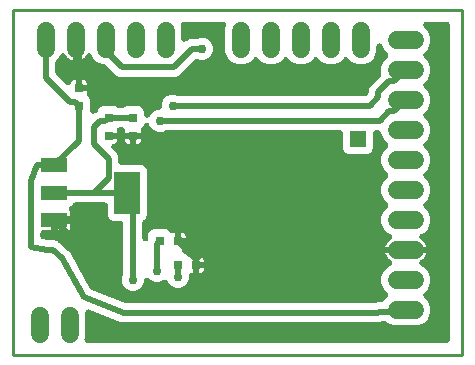
<source format=gbr>
G04 EAGLE Gerber X2 export*
%TF.Part,Single*%
%TF.FileFunction,Copper,L2,Bot,Mixed*%
%TF.FilePolarity,Positive*%
%TF.GenerationSoftware,Autodesk,EAGLE,8.7.0*%
%TF.CreationDate,2021-03-05T05:11:20Z*%
G75*
%MOMM*%
%FSLAX34Y34*%
%LPD*%
%AMOC8*
5,1,8,0,0,1.08239X$1,22.5*%
G01*
%ADD10C,1.524000*%
%ADD11R,0.800000X0.800000*%
%ADD12R,2.235200X1.219200*%
%ADD13R,2.200000X3.600000*%
%ADD14R,1.400000X1.400000*%
%ADD15C,0.508000*%
%ADD16C,0.756400*%
%ADD17C,0.254000*%

G36*
X403135Y10164D02*
X403135Y10164D01*
X403169Y10162D01*
X403358Y10184D01*
X403549Y10201D01*
X403582Y10210D01*
X403616Y10214D01*
X403799Y10269D01*
X403983Y10319D01*
X404014Y10334D01*
X404047Y10344D01*
X404218Y10431D01*
X404390Y10513D01*
X404418Y10533D01*
X404449Y10548D01*
X404601Y10664D01*
X404756Y10775D01*
X404780Y10800D01*
X404807Y10820D01*
X404936Y10960D01*
X405070Y11097D01*
X405089Y11126D01*
X405113Y11152D01*
X405215Y11313D01*
X405322Y11470D01*
X405336Y11502D01*
X405354Y11531D01*
X405427Y11708D01*
X405504Y11882D01*
X405512Y11916D01*
X405525Y11948D01*
X405565Y12135D01*
X405611Y12320D01*
X405613Y12354D01*
X405620Y12388D01*
X405639Y12700D01*
X405639Y279300D01*
X405636Y279335D01*
X405638Y279369D01*
X405616Y279558D01*
X405599Y279749D01*
X405590Y279782D01*
X405586Y279816D01*
X405531Y279999D01*
X405481Y280183D01*
X405466Y280214D01*
X405456Y280247D01*
X405369Y280418D01*
X405287Y280590D01*
X405267Y280618D01*
X405252Y280649D01*
X405136Y280801D01*
X405025Y280956D01*
X405000Y280980D01*
X404980Y281007D01*
X404840Y281136D01*
X404703Y281270D01*
X404674Y281289D01*
X404648Y281313D01*
X404487Y281415D01*
X404330Y281522D01*
X404298Y281536D01*
X404269Y281554D01*
X404092Y281627D01*
X403918Y281704D01*
X403884Y281712D01*
X403852Y281725D01*
X403665Y281765D01*
X403480Y281811D01*
X403446Y281813D01*
X403412Y281820D01*
X403100Y281839D01*
X385591Y281839D01*
X385461Y281828D01*
X385331Y281826D01*
X385238Y281808D01*
X385142Y281799D01*
X385017Y281765D01*
X384889Y281740D01*
X384800Y281706D01*
X384708Y281681D01*
X384591Y281625D01*
X384469Y281578D01*
X384388Y281528D01*
X384301Y281487D01*
X384196Y281412D01*
X384085Y281344D01*
X384013Y281281D01*
X383935Y281225D01*
X383845Y281132D01*
X383747Y281046D01*
X383688Y280971D01*
X383621Y280903D01*
X383548Y280795D01*
X383468Y280693D01*
X383423Y280609D01*
X383369Y280530D01*
X383317Y280411D01*
X383255Y280296D01*
X383226Y280205D01*
X383187Y280118D01*
X383156Y279991D01*
X383116Y279868D01*
X383103Y279773D01*
X383080Y279680D01*
X383072Y279551D01*
X383055Y279422D01*
X383059Y279326D01*
X383053Y279231D01*
X383068Y279102D01*
X383073Y278972D01*
X383094Y278879D01*
X383105Y278784D01*
X383142Y278659D01*
X383171Y278532D01*
X383207Y278444D01*
X383235Y278353D01*
X383294Y278237D01*
X383344Y278117D01*
X383396Y278037D01*
X383439Y277951D01*
X383518Y277848D01*
X383588Y277739D01*
X383675Y277641D01*
X383711Y277593D01*
X383744Y277562D01*
X383795Y277504D01*
X387118Y274182D01*
X389129Y269327D01*
X389129Y264073D01*
X387118Y259218D01*
X383695Y255796D01*
X383673Y255769D01*
X383647Y255746D01*
X383529Y255597D01*
X383407Y255450D01*
X383389Y255420D01*
X383368Y255393D01*
X383278Y255225D01*
X383183Y255059D01*
X383172Y255027D01*
X383155Y254996D01*
X383096Y254815D01*
X383032Y254635D01*
X383027Y254601D01*
X383016Y254568D01*
X382990Y254379D01*
X382959Y254191D01*
X382959Y254156D01*
X382955Y254122D01*
X382962Y253931D01*
X382965Y253741D01*
X382972Y253706D01*
X382973Y253672D01*
X383014Y253486D01*
X383051Y253298D01*
X383063Y253266D01*
X383071Y253232D01*
X383144Y253056D01*
X383213Y252878D01*
X383231Y252849D01*
X383244Y252817D01*
X383348Y252656D01*
X383447Y252494D01*
X383470Y252468D01*
X383489Y252439D01*
X383695Y252204D01*
X387118Y248782D01*
X389129Y243927D01*
X389129Y238673D01*
X387118Y233818D01*
X383695Y230396D01*
X383673Y230369D01*
X383647Y230346D01*
X383529Y230197D01*
X383407Y230050D01*
X383389Y230020D01*
X383368Y229993D01*
X383278Y229825D01*
X383183Y229659D01*
X383172Y229627D01*
X383155Y229596D01*
X383096Y229415D01*
X383032Y229235D01*
X383027Y229201D01*
X383016Y229168D01*
X382990Y228979D01*
X382959Y228791D01*
X382959Y228756D01*
X382955Y228722D01*
X382962Y228531D01*
X382965Y228341D01*
X382972Y228306D01*
X382973Y228272D01*
X383014Y228086D01*
X383051Y227898D01*
X383063Y227866D01*
X383071Y227832D01*
X383144Y227656D01*
X383213Y227478D01*
X383231Y227449D01*
X383244Y227417D01*
X383348Y227256D01*
X383447Y227094D01*
X383470Y227068D01*
X383489Y227039D01*
X383695Y226804D01*
X387118Y223382D01*
X389129Y218527D01*
X389129Y213273D01*
X387118Y208418D01*
X383695Y204996D01*
X383673Y204969D01*
X383647Y204946D01*
X383529Y204797D01*
X383407Y204650D01*
X383389Y204620D01*
X383368Y204593D01*
X383278Y204425D01*
X383183Y204259D01*
X383172Y204227D01*
X383155Y204196D01*
X383096Y204015D01*
X383032Y203835D01*
X383027Y203801D01*
X383016Y203768D01*
X382990Y203579D01*
X382959Y203391D01*
X382959Y203356D01*
X382955Y203322D01*
X382962Y203131D01*
X382965Y202941D01*
X382972Y202906D01*
X382973Y202872D01*
X383014Y202686D01*
X383051Y202498D01*
X383063Y202466D01*
X383071Y202432D01*
X383144Y202256D01*
X383213Y202078D01*
X383231Y202049D01*
X383244Y202017D01*
X383348Y201856D01*
X383447Y201694D01*
X383470Y201668D01*
X383489Y201639D01*
X383695Y201404D01*
X387118Y197982D01*
X389129Y193127D01*
X389129Y187873D01*
X387118Y183018D01*
X383695Y179596D01*
X383673Y179569D01*
X383647Y179546D01*
X383529Y179397D01*
X383407Y179250D01*
X383389Y179220D01*
X383368Y179193D01*
X383278Y179025D01*
X383183Y178859D01*
X383172Y178827D01*
X383155Y178796D01*
X383096Y178615D01*
X383032Y178435D01*
X383027Y178401D01*
X383016Y178368D01*
X382990Y178179D01*
X382959Y177991D01*
X382959Y177956D01*
X382955Y177922D01*
X382962Y177731D01*
X382965Y177541D01*
X382972Y177506D01*
X382973Y177472D01*
X383014Y177286D01*
X383051Y177098D01*
X383063Y177066D01*
X383071Y177032D01*
X383144Y176856D01*
X383213Y176678D01*
X383231Y176649D01*
X383244Y176617D01*
X383348Y176456D01*
X383447Y176294D01*
X383470Y176268D01*
X383489Y176239D01*
X383658Y176047D01*
X383660Y176044D01*
X383662Y176042D01*
X383695Y176004D01*
X387118Y172582D01*
X389129Y167727D01*
X389129Y162473D01*
X387118Y157618D01*
X383695Y154196D01*
X383673Y154169D01*
X383647Y154146D01*
X383529Y153997D01*
X383407Y153850D01*
X383389Y153820D01*
X383368Y153793D01*
X383278Y153625D01*
X383183Y153459D01*
X383172Y153427D01*
X383155Y153396D01*
X383096Y153215D01*
X383032Y153035D01*
X383027Y153001D01*
X383016Y152968D01*
X382990Y152779D01*
X382959Y152591D01*
X382959Y152556D01*
X382955Y152522D01*
X382962Y152331D01*
X382965Y152141D01*
X382972Y152106D01*
X382973Y152072D01*
X383014Y151886D01*
X383051Y151698D01*
X383063Y151666D01*
X383071Y151632D01*
X383144Y151456D01*
X383213Y151278D01*
X383231Y151249D01*
X383244Y151217D01*
X383348Y151056D01*
X383447Y150894D01*
X383470Y150868D01*
X383489Y150839D01*
X383645Y150662D01*
X383653Y150651D01*
X383660Y150645D01*
X383695Y150604D01*
X387118Y147182D01*
X389129Y142327D01*
X389129Y137073D01*
X387118Y132218D01*
X383695Y128796D01*
X383673Y128769D01*
X383647Y128746D01*
X383529Y128597D01*
X383407Y128450D01*
X383389Y128420D01*
X383368Y128393D01*
X383278Y128225D01*
X383183Y128059D01*
X383172Y128027D01*
X383155Y127996D01*
X383096Y127815D01*
X383032Y127635D01*
X383027Y127601D01*
X383016Y127568D01*
X382990Y127379D01*
X382959Y127191D01*
X382959Y127156D01*
X382955Y127122D01*
X382962Y126931D01*
X382965Y126741D01*
X382972Y126706D01*
X382973Y126672D01*
X383014Y126486D01*
X383051Y126298D01*
X383063Y126266D01*
X383071Y126232D01*
X383144Y126056D01*
X383213Y125878D01*
X383231Y125849D01*
X383244Y125817D01*
X383348Y125656D01*
X383447Y125494D01*
X383470Y125468D01*
X383489Y125439D01*
X383632Y125276D01*
X383645Y125259D01*
X383657Y125248D01*
X383695Y125204D01*
X387118Y121782D01*
X389129Y116927D01*
X389129Y111673D01*
X387118Y106818D01*
X383402Y103102D01*
X381334Y102246D01*
X381307Y102232D01*
X381279Y102222D01*
X381108Y102128D01*
X380935Y102037D01*
X380911Y102019D01*
X380885Y102004D01*
X380734Y101881D01*
X380579Y101761D01*
X380559Y101739D01*
X380535Y101720D01*
X380408Y101572D01*
X380278Y101427D01*
X380262Y101401D01*
X380242Y101378D01*
X380142Y101210D01*
X380040Y101045D01*
X380028Y101017D01*
X380013Y100990D01*
X379945Y100807D01*
X379873Y100627D01*
X379867Y100597D01*
X379856Y100568D01*
X379822Y100377D01*
X379783Y100185D01*
X379782Y100155D01*
X379777Y100125D01*
X379777Y99931D01*
X379772Y99735D01*
X379777Y99705D01*
X379777Y99675D01*
X379811Y99484D01*
X379841Y99290D01*
X379851Y99261D01*
X379856Y99232D01*
X379924Y99049D01*
X379987Y98865D01*
X380002Y98838D01*
X380013Y98809D01*
X380112Y98642D01*
X380207Y98471D01*
X380226Y98448D01*
X380241Y98422D01*
X380368Y98274D01*
X380492Y98123D01*
X380515Y98103D01*
X380535Y98080D01*
X380686Y97957D01*
X380834Y97830D01*
X380860Y97815D01*
X380884Y97796D01*
X381153Y97637D01*
X381245Y97590D01*
X382539Y96650D01*
X383670Y95519D01*
X384610Y94225D01*
X385336Y92800D01*
X385779Y91439D01*
X368300Y91439D01*
X350821Y91439D01*
X351264Y92800D01*
X351990Y94225D01*
X352930Y95519D01*
X354061Y96650D01*
X355355Y97590D01*
X355447Y97637D01*
X355473Y97653D01*
X355500Y97665D01*
X355662Y97772D01*
X355828Y97876D01*
X355851Y97897D01*
X355876Y97914D01*
X356017Y98048D01*
X356161Y98179D01*
X356180Y98203D01*
X356202Y98224D01*
X356317Y98382D01*
X356436Y98536D01*
X356450Y98563D01*
X356468Y98588D01*
X356553Y98762D01*
X356643Y98936D01*
X356652Y98965D01*
X356666Y98992D01*
X356719Y99179D01*
X356776Y99366D01*
X356780Y99396D01*
X356789Y99425D01*
X356808Y99620D01*
X356832Y99813D01*
X356830Y99843D01*
X356833Y99873D01*
X356818Y100068D01*
X356807Y100262D01*
X356800Y100292D01*
X356798Y100322D01*
X356748Y100511D01*
X356704Y100701D01*
X356692Y100728D01*
X356684Y100758D01*
X356602Y100934D01*
X356524Y101114D01*
X356507Y101139D01*
X356495Y101166D01*
X356383Y101326D01*
X356275Y101488D01*
X356254Y101510D01*
X356236Y101535D01*
X356098Y101672D01*
X355963Y101813D01*
X355938Y101831D01*
X355917Y101853D01*
X355757Y101963D01*
X355599Y102078D01*
X355572Y102091D01*
X355547Y102109D01*
X355266Y102246D01*
X353198Y103102D01*
X349482Y106818D01*
X347471Y111673D01*
X347471Y116927D01*
X349482Y121782D01*
X352905Y125204D01*
X352927Y125231D01*
X352953Y125254D01*
X353016Y125334D01*
X353045Y125364D01*
X353075Y125408D01*
X353193Y125550D01*
X353211Y125580D01*
X353232Y125607D01*
X353322Y125775D01*
X353417Y125941D01*
X353428Y125973D01*
X353445Y126004D01*
X353504Y126185D01*
X353568Y126365D01*
X353573Y126399D01*
X353584Y126432D01*
X353610Y126621D01*
X353641Y126809D01*
X353641Y126844D01*
X353645Y126878D01*
X353638Y127069D01*
X353635Y127260D01*
X353628Y127294D01*
X353627Y127328D01*
X353586Y127514D01*
X353549Y127702D01*
X353537Y127734D01*
X353529Y127768D01*
X353456Y127943D01*
X353387Y128122D01*
X353369Y128151D01*
X353356Y128183D01*
X353253Y128343D01*
X353153Y128506D01*
X353130Y128532D01*
X353111Y128561D01*
X352905Y128796D01*
X349482Y132218D01*
X347471Y137073D01*
X347471Y142327D01*
X349482Y147182D01*
X352905Y150604D01*
X352927Y150631D01*
X352953Y150654D01*
X353017Y150735D01*
X353037Y150756D01*
X353060Y150789D01*
X353071Y150803D01*
X353193Y150950D01*
X353211Y150980D01*
X353232Y151007D01*
X353322Y151175D01*
X353417Y151341D01*
X353428Y151373D01*
X353445Y151404D01*
X353504Y151585D01*
X353568Y151765D01*
X353573Y151799D01*
X353584Y151832D01*
X353610Y152021D01*
X353641Y152209D01*
X353641Y152244D01*
X353645Y152278D01*
X353638Y152469D01*
X353635Y152660D01*
X353628Y152694D01*
X353627Y152728D01*
X353586Y152914D01*
X353549Y153102D01*
X353537Y153134D01*
X353529Y153168D01*
X353456Y153343D01*
X353387Y153522D01*
X353369Y153551D01*
X353356Y153583D01*
X353253Y153743D01*
X353153Y153906D01*
X353130Y153932D01*
X353111Y153961D01*
X352905Y154196D01*
X349482Y157618D01*
X347471Y162473D01*
X347471Y167727D01*
X349482Y172582D01*
X352905Y176004D01*
X352927Y176031D01*
X352953Y176054D01*
X353018Y176136D01*
X353030Y176149D01*
X353043Y176168D01*
X353071Y176203D01*
X353193Y176350D01*
X353211Y176380D01*
X353232Y176407D01*
X353322Y176575D01*
X353417Y176741D01*
X353428Y176773D01*
X353445Y176804D01*
X353504Y176985D01*
X353568Y177165D01*
X353573Y177199D01*
X353584Y177232D01*
X353610Y177421D01*
X353641Y177609D01*
X353641Y177644D01*
X353645Y177678D01*
X353638Y177869D01*
X353635Y178060D01*
X353628Y178094D01*
X353627Y178128D01*
X353586Y178314D01*
X353549Y178502D01*
X353537Y178534D01*
X353529Y178568D01*
X353456Y178743D01*
X353387Y178922D01*
X353369Y178951D01*
X353356Y178983D01*
X353253Y179143D01*
X353153Y179306D01*
X353130Y179332D01*
X353111Y179361D01*
X352905Y179596D01*
X349482Y183018D01*
X347382Y188088D01*
X347363Y188151D01*
X347313Y188335D01*
X347298Y188366D01*
X347288Y188399D01*
X347201Y188570D01*
X347119Y188742D01*
X347099Y188770D01*
X347084Y188801D01*
X346968Y188953D01*
X346857Y189108D01*
X346832Y189132D01*
X346812Y189159D01*
X346672Y189288D01*
X346535Y189422D01*
X346506Y189441D01*
X346480Y189465D01*
X346319Y189567D01*
X346162Y189674D01*
X346130Y189688D01*
X346101Y189706D01*
X345924Y189779D01*
X345750Y189856D01*
X345716Y189864D01*
X345684Y189877D01*
X345497Y189917D01*
X345312Y189963D01*
X345278Y189965D01*
X345244Y189972D01*
X344932Y189991D01*
X342788Y189991D01*
X342753Y189988D01*
X342719Y189990D01*
X342530Y189968D01*
X342339Y189951D01*
X342306Y189942D01*
X342272Y189938D01*
X342089Y189883D01*
X341905Y189833D01*
X341874Y189818D01*
X341841Y189808D01*
X341670Y189721D01*
X341498Y189639D01*
X341470Y189619D01*
X341439Y189604D01*
X341287Y189488D01*
X341132Y189377D01*
X341108Y189352D01*
X341081Y189332D01*
X340952Y189192D01*
X340818Y189055D01*
X340799Y189026D01*
X340775Y189000D01*
X340673Y188839D01*
X340566Y188682D01*
X340552Y188650D01*
X340534Y188621D01*
X340461Y188444D01*
X340384Y188270D01*
X340376Y188236D01*
X340363Y188204D01*
X340323Y188017D01*
X340277Y187832D01*
X340275Y187798D01*
X340268Y187764D01*
X340249Y187452D01*
X340249Y174768D01*
X339398Y172714D01*
X337826Y171142D01*
X335772Y170291D01*
X319548Y170291D01*
X317494Y171142D01*
X315922Y172714D01*
X315071Y174768D01*
X315071Y187452D01*
X315068Y187487D01*
X315070Y187521D01*
X315048Y187710D01*
X315031Y187901D01*
X315022Y187934D01*
X315018Y187968D01*
X314963Y188151D01*
X314913Y188335D01*
X314898Y188366D01*
X314888Y188399D01*
X314801Y188570D01*
X314719Y188742D01*
X314699Y188770D01*
X314684Y188801D01*
X314568Y188953D01*
X314457Y189108D01*
X314432Y189132D01*
X314412Y189159D01*
X314272Y189288D01*
X314135Y189422D01*
X314106Y189441D01*
X314080Y189465D01*
X313919Y189567D01*
X313762Y189674D01*
X313730Y189688D01*
X313701Y189706D01*
X313524Y189779D01*
X313350Y189856D01*
X313316Y189864D01*
X313284Y189877D01*
X313097Y189917D01*
X312912Y189963D01*
X312878Y189965D01*
X312844Y189972D01*
X312532Y189991D01*
X165387Y189991D01*
X165271Y189981D01*
X165154Y189981D01*
X165047Y189961D01*
X164939Y189951D01*
X164826Y189921D01*
X164711Y189900D01*
X164565Y189849D01*
X164505Y189833D01*
X164472Y189817D01*
X164416Y189798D01*
X161884Y188749D01*
X158156Y188749D01*
X154712Y190176D01*
X152076Y192812D01*
X151192Y194947D01*
X151131Y195062D01*
X151080Y195182D01*
X151027Y195261D01*
X150983Y195346D01*
X150903Y195449D01*
X150832Y195557D01*
X150766Y195626D01*
X150707Y195702D01*
X150611Y195789D01*
X150521Y195883D01*
X150444Y195940D01*
X150373Y196004D01*
X150263Y196072D01*
X150158Y196149D01*
X150072Y196191D01*
X149991Y196242D01*
X149870Y196290D01*
X149753Y196347D01*
X149661Y196373D01*
X149572Y196408D01*
X149445Y196434D01*
X149320Y196470D01*
X149225Y196479D01*
X149131Y196498D01*
X149001Y196501D01*
X148872Y196514D01*
X148777Y196507D01*
X148681Y196509D01*
X148553Y196489D01*
X148423Y196479D01*
X148331Y196455D01*
X148236Y196440D01*
X148113Y196398D01*
X147987Y196365D01*
X147901Y196325D01*
X147810Y196294D01*
X147697Y196231D01*
X147579Y196176D01*
X147501Y196121D01*
X147417Y196075D01*
X147316Y195992D01*
X147210Y195918D01*
X147143Y195850D01*
X147069Y195789D01*
X146984Y195690D01*
X146893Y195598D01*
X146838Y195520D01*
X146776Y195447D01*
X146711Y195335D01*
X146637Y195228D01*
X146580Y195111D01*
X146549Y195058D01*
X146533Y195016D01*
X146500Y194947D01*
X145898Y193494D01*
X144411Y192008D01*
X144382Y191972D01*
X144348Y191941D01*
X144238Y191800D01*
X144122Y191662D01*
X144100Y191622D01*
X144071Y191586D01*
X143988Y191427D01*
X143899Y191271D01*
X143884Y191228D01*
X143862Y191187D01*
X143808Y191016D01*
X143748Y190847D01*
X143741Y190802D01*
X143727Y190758D01*
X143704Y190580D01*
X143675Y190403D01*
X143675Y190357D01*
X143670Y190311D01*
X143679Y190132D01*
X143681Y189953D01*
X143690Y189907D01*
X143692Y189861D01*
X143701Y189818D01*
X143701Y187959D01*
X137160Y187959D01*
X130619Y187959D01*
X130619Y189992D01*
X130616Y190026D01*
X130618Y190061D01*
X130596Y190251D01*
X130579Y190440D01*
X130570Y190474D01*
X130566Y190508D01*
X130511Y190691D01*
X130461Y190875D01*
X130446Y190906D01*
X130436Y190939D01*
X130349Y191109D01*
X130267Y191282D01*
X130247Y191310D01*
X130232Y191341D01*
X130117Y191492D01*
X130005Y191648D01*
X129980Y191672D01*
X129960Y191699D01*
X129820Y191828D01*
X129683Y191962D01*
X129654Y191981D01*
X129628Y192005D01*
X129468Y192107D01*
X129310Y192214D01*
X129278Y192228D01*
X129249Y192246D01*
X129072Y192319D01*
X128898Y192396D01*
X128864Y192404D01*
X128832Y192417D01*
X128645Y192458D01*
X128460Y192503D01*
X128426Y192505D01*
X128392Y192512D01*
X128080Y192531D01*
X125920Y192531D01*
X125885Y192528D01*
X125851Y192530D01*
X125662Y192508D01*
X125471Y192491D01*
X125438Y192482D01*
X125404Y192478D01*
X125221Y192423D01*
X125037Y192373D01*
X125006Y192358D01*
X124973Y192348D01*
X124802Y192261D01*
X124630Y192179D01*
X124602Y192159D01*
X124571Y192144D01*
X124419Y192028D01*
X124264Y191917D01*
X124240Y191892D01*
X124213Y191872D01*
X124084Y191732D01*
X123950Y191595D01*
X123931Y191566D01*
X123907Y191540D01*
X123805Y191379D01*
X123698Y191222D01*
X123684Y191190D01*
X123666Y191161D01*
X123593Y190984D01*
X123516Y190810D01*
X123508Y190776D01*
X123495Y190744D01*
X123455Y190557D01*
X123409Y190372D01*
X123407Y190338D01*
X123400Y190304D01*
X123381Y189992D01*
X123381Y187959D01*
X116840Y187959D01*
X116806Y187956D01*
X116771Y187958D01*
X116582Y187936D01*
X116392Y187919D01*
X116358Y187910D01*
X116324Y187906D01*
X116141Y187851D01*
X115957Y187801D01*
X115926Y187786D01*
X115893Y187776D01*
X115722Y187689D01*
X115551Y187608D01*
X115523Y187587D01*
X115492Y187572D01*
X115340Y187456D01*
X115185Y187345D01*
X115161Y187321D01*
X115133Y187300D01*
X115004Y187160D01*
X114871Y187023D01*
X114851Y186994D01*
X114828Y186969D01*
X114725Y186808D01*
X114619Y186650D01*
X114605Y186618D01*
X114586Y186589D01*
X114514Y186412D01*
X114436Y186238D01*
X114428Y186204D01*
X114415Y186172D01*
X114375Y185986D01*
X114330Y185800D01*
X114328Y185766D01*
X114320Y185732D01*
X114301Y185420D01*
X114304Y185385D01*
X114302Y185351D01*
X114324Y185161D01*
X114341Y184971D01*
X114350Y184938D01*
X114354Y184904D01*
X114409Y184721D01*
X114460Y184537D01*
X114474Y184506D01*
X114484Y184473D01*
X114571Y184302D01*
X114653Y184130D01*
X114673Y184102D01*
X114689Y184071D01*
X114804Y183919D01*
X114915Y183764D01*
X114940Y183740D01*
X114961Y183712D01*
X115101Y183583D01*
X115238Y183450D01*
X115266Y183431D01*
X115292Y183407D01*
X115453Y183305D01*
X115611Y183198D01*
X115642Y183184D01*
X115672Y183165D01*
X115848Y183093D01*
X116023Y183016D01*
X116056Y183008D01*
X116088Y182995D01*
X116275Y182954D01*
X116460Y182909D01*
X116494Y182907D01*
X116528Y182900D01*
X116840Y182881D01*
X123381Y182881D01*
X123381Y181085D01*
X123208Y180439D01*
X122873Y179860D01*
X122400Y179387D01*
X121821Y179052D01*
X120854Y178793D01*
X120833Y178786D01*
X120810Y178781D01*
X120620Y178708D01*
X120431Y178639D01*
X120411Y178627D01*
X120390Y178619D01*
X120217Y178514D01*
X120042Y178412D01*
X120025Y178397D01*
X120005Y178385D01*
X119854Y178251D01*
X119700Y178120D01*
X119685Y178102D01*
X119668Y178087D01*
X119542Y177928D01*
X119414Y177772D01*
X119403Y177752D01*
X119388Y177734D01*
X119293Y177555D01*
X119194Y177379D01*
X119187Y177357D01*
X119176Y177337D01*
X119113Y177145D01*
X119047Y176953D01*
X119043Y176930D01*
X119036Y176909D01*
X119009Y176708D01*
X118978Y176508D01*
X118978Y176486D01*
X118975Y176462D01*
X118983Y176259D01*
X118988Y176058D01*
X118992Y176036D01*
X118993Y176013D01*
X119037Y175815D01*
X119077Y175617D01*
X119086Y175596D01*
X119091Y175573D01*
X119169Y175387D01*
X119243Y175199D01*
X119256Y175179D01*
X119265Y175158D01*
X119374Y174988D01*
X119481Y174816D01*
X119496Y174799D01*
X119509Y174779D01*
X119716Y174545D01*
X123731Y170530D01*
X124969Y167542D01*
X124969Y163288D01*
X124972Y163253D01*
X124970Y163219D01*
X124992Y163030D01*
X125009Y162839D01*
X125018Y162806D01*
X125022Y162772D01*
X125077Y162589D01*
X125127Y162405D01*
X125142Y162374D01*
X125152Y162341D01*
X125239Y162170D01*
X125321Y161998D01*
X125341Y161970D01*
X125356Y161939D01*
X125472Y161787D01*
X125583Y161632D01*
X125608Y161608D01*
X125628Y161581D01*
X125768Y161452D01*
X125905Y161318D01*
X125934Y161299D01*
X125960Y161275D01*
X126121Y161173D01*
X126278Y161066D01*
X126310Y161052D01*
X126339Y161034D01*
X126516Y160961D01*
X126690Y160884D01*
X126724Y160876D01*
X126756Y160863D01*
X126943Y160823D01*
X127128Y160777D01*
X127162Y160775D01*
X127196Y160768D01*
X127508Y160749D01*
X144702Y160749D01*
X146756Y159898D01*
X148328Y158326D01*
X149179Y156272D01*
X149179Y118048D01*
X148328Y115994D01*
X146733Y114399D01*
X146669Y114366D01*
X146479Y114269D01*
X146469Y114261D01*
X146457Y114255D01*
X146290Y114126D01*
X146121Y113997D01*
X146112Y113988D01*
X146101Y113980D01*
X145960Y113823D01*
X145815Y113666D01*
X145808Y113655D01*
X145800Y113645D01*
X145689Y113467D01*
X145574Y113286D01*
X145569Y113274D01*
X145562Y113263D01*
X145484Y113067D01*
X145403Y112870D01*
X145400Y112857D01*
X145395Y112845D01*
X145353Y112637D01*
X145308Y112430D01*
X145307Y112414D01*
X145305Y112404D01*
X145304Y112364D01*
X145289Y112118D01*
X145289Y98555D01*
X145305Y98377D01*
X145314Y98200D01*
X145324Y98154D01*
X145329Y98106D01*
X145375Y97935D01*
X145416Y97762D01*
X145435Y97718D01*
X145447Y97672D01*
X145523Y97512D01*
X145594Y97348D01*
X145620Y97308D01*
X145641Y97265D01*
X145744Y97121D01*
X145842Y96972D01*
X145875Y96938D01*
X145903Y96899D01*
X146030Y96775D01*
X146153Y96647D01*
X146191Y96618D01*
X146225Y96585D01*
X146373Y96486D01*
X146516Y96381D01*
X146559Y96360D01*
X146598Y96333D01*
X146761Y96261D01*
X146921Y96183D01*
X146966Y96170D01*
X147010Y96151D01*
X147183Y96109D01*
X147354Y96060D01*
X147401Y96055D01*
X147448Y96044D01*
X147625Y96033D01*
X147802Y96016D01*
X147849Y96019D01*
X147897Y96016D01*
X148074Y96037D01*
X148251Y96051D01*
X148297Y96063D01*
X148344Y96069D01*
X148515Y96120D01*
X148686Y96165D01*
X148730Y96185D01*
X148775Y96199D01*
X148934Y96280D01*
X149095Y96354D01*
X149134Y96382D01*
X149177Y96403D01*
X149318Y96510D01*
X149464Y96612D01*
X149497Y96646D01*
X149535Y96675D01*
X149656Y96806D01*
X149781Y96932D01*
X149808Y96971D01*
X149840Y97006D01*
X149936Y97156D01*
X150037Y97302D01*
X150063Y97355D01*
X150082Y97386D01*
X150106Y97444D01*
X150174Y97583D01*
X150238Y97738D01*
X150273Y97849D01*
X150317Y97957D01*
X150340Y98064D01*
X150373Y98167D01*
X150387Y98283D01*
X150412Y98397D01*
X150422Y98552D01*
X150429Y98614D01*
X150428Y98650D01*
X150431Y98709D01*
X150431Y101632D01*
X151282Y103686D01*
X152854Y105258D01*
X154908Y106109D01*
X165132Y106109D01*
X167186Y105258D01*
X168672Y103771D01*
X168708Y103742D01*
X168739Y103707D01*
X168881Y103597D01*
X169018Y103482D01*
X169058Y103459D01*
X169095Y103431D01*
X169253Y103348D01*
X169409Y103259D01*
X169452Y103244D01*
X169493Y103222D01*
X169664Y103168D01*
X169833Y103108D01*
X169879Y103101D01*
X169923Y103087D01*
X170100Y103064D01*
X170277Y103035D01*
X170323Y103035D01*
X170370Y103030D01*
X170548Y103038D01*
X170727Y103041D01*
X170773Y103050D01*
X170819Y103052D01*
X170862Y103061D01*
X172721Y103061D01*
X172721Y96520D01*
X172724Y96486D01*
X172722Y96451D01*
X172744Y96262D01*
X172760Y96072D01*
X172770Y96038D01*
X172774Y96004D01*
X172829Y95821D01*
X172879Y95637D01*
X172894Y95606D01*
X172904Y95573D01*
X172991Y95402D01*
X173072Y95231D01*
X173093Y95203D01*
X173108Y95172D01*
X173223Y95020D01*
X173335Y94865D01*
X173335Y94864D01*
X173359Y94840D01*
X173380Y94813D01*
X173381Y94813D01*
X173381Y94812D01*
X173521Y94683D01*
X173658Y94550D01*
X173686Y94531D01*
X173712Y94507D01*
X173873Y94405D01*
X174031Y94298D01*
X174062Y94284D01*
X174092Y94265D01*
X174268Y94193D01*
X174443Y94116D01*
X174476Y94108D01*
X174508Y94095D01*
X174695Y94054D01*
X174880Y94009D01*
X174914Y94007D01*
X174948Y94000D01*
X175260Y93981D01*
X181801Y93981D01*
X181801Y92185D01*
X181628Y91539D01*
X181293Y90960D01*
X180820Y90487D01*
X180354Y90218D01*
X180198Y90109D01*
X180041Y90005D01*
X180015Y89980D01*
X179985Y89959D01*
X179852Y89824D01*
X179715Y89694D01*
X179694Y89665D01*
X179668Y89639D01*
X179561Y89483D01*
X179449Y89331D01*
X179434Y89298D01*
X179413Y89268D01*
X179335Y89096D01*
X179252Y88926D01*
X179242Y88891D01*
X179227Y88858D01*
X179180Y88675D01*
X179129Y88493D01*
X179125Y88457D01*
X179116Y88422D01*
X179103Y88233D01*
X179084Y88045D01*
X179087Y88009D01*
X179085Y87973D01*
X179105Y87785D01*
X179120Y87596D01*
X179129Y87561D01*
X179133Y87525D01*
X179186Y87344D01*
X179234Y87161D01*
X179249Y87128D01*
X179259Y87093D01*
X179343Y86924D01*
X179423Y86752D01*
X179444Y86722D01*
X179460Y86690D01*
X179573Y86538D01*
X179681Y86383D01*
X179707Y86358D01*
X179728Y86328D01*
X179867Y86199D01*
X180001Y86066D01*
X180030Y86045D01*
X180057Y86020D01*
X180216Y85917D01*
X180371Y85810D01*
X180411Y85790D01*
X180434Y85775D01*
X180491Y85751D01*
X180652Y85673D01*
X182426Y84938D01*
X183912Y83451D01*
X183948Y83422D01*
X183979Y83387D01*
X184121Y83277D01*
X184258Y83162D01*
X184298Y83139D01*
X184335Y83111D01*
X184493Y83028D01*
X184649Y82939D01*
X184692Y82924D01*
X184733Y82902D01*
X184904Y82848D01*
X185073Y82788D01*
X185119Y82781D01*
X185163Y82767D01*
X185340Y82744D01*
X185517Y82715D01*
X185563Y82715D01*
X185610Y82710D01*
X185788Y82718D01*
X185967Y82721D01*
X186013Y82730D01*
X186059Y82732D01*
X186102Y82741D01*
X187961Y82741D01*
X187961Y76200D01*
X187961Y69659D01*
X187170Y69659D01*
X187136Y69656D01*
X187101Y69658D01*
X186911Y69636D01*
X186722Y69619D01*
X186688Y69610D01*
X186654Y69606D01*
X186471Y69551D01*
X186287Y69501D01*
X186256Y69486D01*
X186223Y69476D01*
X186053Y69390D01*
X185880Y69307D01*
X185852Y69287D01*
X185821Y69272D01*
X185670Y69157D01*
X185514Y69045D01*
X185490Y69020D01*
X185463Y69000D01*
X185334Y68860D01*
X185200Y68723D01*
X185181Y68694D01*
X185157Y68668D01*
X185055Y68508D01*
X184948Y68350D01*
X184934Y68318D01*
X184916Y68289D01*
X184843Y68112D01*
X184766Y67938D01*
X184758Y67904D01*
X184745Y67872D01*
X184704Y67685D01*
X184659Y67500D01*
X184657Y67466D01*
X184650Y67432D01*
X184631Y67120D01*
X184631Y64176D01*
X183204Y60732D01*
X180568Y58096D01*
X177124Y56669D01*
X173396Y56669D01*
X169952Y58096D01*
X167316Y60732D01*
X166728Y62151D01*
X166690Y62224D01*
X166660Y62301D01*
X166586Y62423D01*
X166520Y62550D01*
X166469Y62615D01*
X166426Y62686D01*
X166331Y62793D01*
X166244Y62906D01*
X166183Y62961D01*
X166128Y63023D01*
X166016Y63112D01*
X165910Y63207D01*
X165840Y63251D01*
X165775Y63302D01*
X165649Y63370D01*
X165527Y63445D01*
X165451Y63476D01*
X165378Y63515D01*
X165242Y63559D01*
X165109Y63612D01*
X165028Y63628D01*
X164950Y63654D01*
X164808Y63673D01*
X164668Y63702D01*
X164585Y63704D01*
X164504Y63715D01*
X164361Y63709D01*
X164218Y63713D01*
X164136Y63700D01*
X164054Y63697D01*
X163914Y63666D01*
X163773Y63644D01*
X163695Y63617D01*
X163614Y63599D01*
X163482Y63544D01*
X163347Y63498D01*
X163275Y63458D01*
X163199Y63426D01*
X163079Y63348D01*
X162954Y63278D01*
X162890Y63226D01*
X162855Y63204D01*
X159344Y61749D01*
X155616Y61749D01*
X152172Y63176D01*
X150866Y64482D01*
X150766Y64566D01*
X150673Y64656D01*
X150593Y64710D01*
X150520Y64771D01*
X150407Y64836D01*
X150300Y64908D01*
X150212Y64947D01*
X150129Y64995D01*
X150007Y65038D01*
X149888Y65091D01*
X149795Y65113D01*
X149705Y65145D01*
X149577Y65167D01*
X149450Y65197D01*
X149355Y65203D01*
X149261Y65219D01*
X149131Y65217D01*
X149001Y65225D01*
X148906Y65214D01*
X148810Y65213D01*
X148683Y65188D01*
X148554Y65173D01*
X148462Y65145D01*
X148368Y65127D01*
X148247Y65080D01*
X148123Y65043D01*
X148037Y64999D01*
X147948Y64965D01*
X147837Y64897D01*
X147721Y64838D01*
X147645Y64781D01*
X147564Y64731D01*
X147466Y64645D01*
X147363Y64566D01*
X147298Y64496D01*
X147226Y64433D01*
X147146Y64331D01*
X147057Y64235D01*
X147006Y64155D01*
X146947Y64080D01*
X146885Y63965D01*
X146816Y63855D01*
X146779Y63767D01*
X146734Y63683D01*
X146694Y63559D01*
X146645Y63439D01*
X146625Y63345D01*
X146595Y63255D01*
X146577Y63126D01*
X146550Y62999D01*
X146542Y62869D01*
X146534Y62809D01*
X146535Y62764D01*
X146531Y62687D01*
X146531Y61636D01*
X145104Y58192D01*
X142468Y55556D01*
X139024Y54129D01*
X135296Y54129D01*
X131852Y55556D01*
X129216Y58192D01*
X127789Y61636D01*
X127789Y65364D01*
X128838Y67896D01*
X128873Y68007D01*
X128917Y68115D01*
X128940Y68222D01*
X128973Y68325D01*
X128987Y68441D01*
X129012Y68556D01*
X129022Y68709D01*
X129029Y68772D01*
X129028Y68808D01*
X129031Y68867D01*
X129031Y111032D01*
X129028Y111067D01*
X129030Y111101D01*
X129008Y111290D01*
X128991Y111481D01*
X128982Y111514D01*
X128978Y111548D01*
X128923Y111731D01*
X128873Y111915D01*
X128858Y111946D01*
X128848Y111979D01*
X128761Y112150D01*
X128679Y112322D01*
X128659Y112350D01*
X128644Y112381D01*
X128528Y112533D01*
X128417Y112688D01*
X128392Y112712D01*
X128372Y112739D01*
X128232Y112868D01*
X128095Y113002D01*
X128066Y113021D01*
X128040Y113045D01*
X127879Y113147D01*
X127722Y113254D01*
X127690Y113268D01*
X127661Y113286D01*
X127484Y113359D01*
X127310Y113436D01*
X127276Y113444D01*
X127244Y113457D01*
X127057Y113497D01*
X126872Y113543D01*
X126838Y113545D01*
X126804Y113552D01*
X126492Y113571D01*
X120478Y113571D01*
X118424Y114422D01*
X116852Y115994D01*
X116001Y118048D01*
X116001Y126492D01*
X115998Y126527D01*
X116000Y126561D01*
X115978Y126750D01*
X115961Y126941D01*
X115952Y126974D01*
X115948Y127008D01*
X115893Y127191D01*
X115843Y127375D01*
X115828Y127406D01*
X115818Y127439D01*
X115731Y127610D01*
X115649Y127782D01*
X115629Y127810D01*
X115614Y127841D01*
X115498Y127993D01*
X115387Y128148D01*
X115362Y128172D01*
X115342Y128199D01*
X115202Y128328D01*
X115065Y128462D01*
X115036Y128481D01*
X115010Y128505D01*
X114849Y128607D01*
X114692Y128714D01*
X114660Y128728D01*
X114631Y128746D01*
X114454Y128819D01*
X114280Y128896D01*
X114246Y128904D01*
X114214Y128917D01*
X114027Y128957D01*
X113842Y129003D01*
X113808Y129005D01*
X113774Y129012D01*
X113462Y129031D01*
X88692Y129031D01*
X88481Y129012D01*
X88269Y128996D01*
X88256Y128993D01*
X88243Y128991D01*
X88038Y128935D01*
X87833Y128882D01*
X87822Y128876D01*
X87809Y128873D01*
X87618Y128782D01*
X87425Y128692D01*
X87414Y128685D01*
X87402Y128679D01*
X87229Y128556D01*
X87056Y128434D01*
X87047Y128425D01*
X87036Y128417D01*
X86887Y128264D01*
X86739Y128115D01*
X86731Y128104D01*
X86722Y128095D01*
X84954Y126326D01*
X84394Y126094D01*
X84321Y126056D01*
X84244Y126026D01*
X84122Y125952D01*
X83995Y125886D01*
X83930Y125835D01*
X83859Y125792D01*
X83752Y125698D01*
X83639Y125610D01*
X83584Y125549D01*
X83522Y125494D01*
X83433Y125382D01*
X83337Y125276D01*
X83294Y125206D01*
X83243Y125141D01*
X83175Y125015D01*
X83100Y124894D01*
X83069Y124817D01*
X83030Y124744D01*
X82986Y124608D01*
X82933Y124475D01*
X82916Y124394D01*
X82891Y124316D01*
X82871Y124174D01*
X82843Y124034D01*
X82841Y123952D01*
X82830Y123870D01*
X82835Y123727D01*
X82832Y123584D01*
X82845Y123502D01*
X82848Y123420D01*
X82879Y123281D01*
X82901Y123139D01*
X82928Y123061D01*
X82945Y122981D01*
X83001Y122848D01*
X83047Y122713D01*
X83087Y122641D01*
X83119Y122565D01*
X83197Y122445D01*
X83266Y122320D01*
X83319Y122256D01*
X83363Y122187D01*
X83527Y122002D01*
X83552Y121972D01*
X83560Y121965D01*
X83570Y121953D01*
X83821Y121702D01*
X84156Y121123D01*
X84329Y120477D01*
X84329Y117093D01*
X71120Y117093D01*
X71086Y117090D01*
X71051Y117092D01*
X70862Y117070D01*
X70672Y117053D01*
X70638Y117044D01*
X70604Y117040D01*
X70421Y116985D01*
X70237Y116935D01*
X70206Y116920D01*
X70173Y116910D01*
X70002Y116823D01*
X69831Y116741D01*
X69803Y116721D01*
X69772Y116706D01*
X69620Y116590D01*
X69465Y116479D01*
X69440Y116454D01*
X69413Y116434D01*
X69284Y116294D01*
X69151Y116157D01*
X69131Y116128D01*
X69108Y116102D01*
X69005Y115941D01*
X68898Y115784D01*
X68888Y115760D01*
X68814Y115725D01*
X68786Y115705D01*
X68755Y115689D01*
X68603Y115574D01*
X68448Y115463D01*
X68424Y115438D01*
X68397Y115417D01*
X68268Y115277D01*
X68134Y115140D01*
X68115Y115112D01*
X68091Y115086D01*
X67989Y114925D01*
X67882Y114767D01*
X67868Y114736D01*
X67850Y114706D01*
X67777Y114530D01*
X67700Y114356D01*
X67692Y114322D01*
X67679Y114290D01*
X67638Y114103D01*
X67593Y113918D01*
X67591Y113884D01*
X67584Y113850D01*
X67565Y113538D01*
X67565Y105409D01*
X61468Y105409D01*
X61433Y105406D01*
X61399Y105408D01*
X61209Y105386D01*
X61020Y105369D01*
X60986Y105360D01*
X60952Y105356D01*
X60769Y105301D01*
X60585Y105251D01*
X60554Y105236D01*
X60521Y105226D01*
X60351Y105139D01*
X60178Y105057D01*
X60150Y105037D01*
X60119Y105022D01*
X59968Y104907D01*
X59812Y104795D01*
X59788Y104770D01*
X59761Y104750D01*
X59632Y104610D01*
X59498Y104473D01*
X59479Y104444D01*
X59455Y104418D01*
X59353Y104257D01*
X59246Y104100D01*
X59232Y104068D01*
X59214Y104039D01*
X59141Y103862D01*
X59064Y103688D01*
X59056Y103654D01*
X59043Y103622D01*
X59002Y103435D01*
X58957Y103250D01*
X58955Y103216D01*
X58948Y103182D01*
X58929Y102870D01*
X58929Y100262D01*
X58931Y100242D01*
X58929Y100222D01*
X58950Y100018D01*
X58969Y99814D01*
X58974Y99794D01*
X58976Y99774D01*
X59033Y99577D01*
X59087Y99379D01*
X59096Y99361D01*
X59102Y99341D01*
X59193Y99157D01*
X59281Y98973D01*
X59292Y98956D01*
X59301Y98938D01*
X59423Y98773D01*
X59543Y98606D01*
X59557Y98592D01*
X59569Y98576D01*
X59718Y98436D01*
X59865Y98292D01*
X59882Y98281D01*
X59897Y98267D01*
X60069Y98155D01*
X60238Y98040D01*
X60257Y98032D01*
X60274Y98021D01*
X60462Y97941D01*
X60650Y97858D01*
X60670Y97853D01*
X60689Y97845D01*
X60991Y97768D01*
X64623Y97074D01*
X64706Y97066D01*
X64787Y97048D01*
X65029Y97033D01*
X65071Y97029D01*
X65082Y97030D01*
X65099Y97029D01*
X68814Y97029D01*
X68871Y97034D01*
X68983Y97034D01*
X70275Y97121D01*
X70360Y97102D01*
X70548Y97057D01*
X70581Y97055D01*
X70612Y97048D01*
X70762Y97039D01*
X71951Y96546D01*
X72006Y96529D01*
X72110Y96486D01*
X73337Y96072D01*
X73408Y96022D01*
X73565Y95908D01*
X73594Y95894D01*
X73620Y95875D01*
X73755Y95810D01*
X74666Y94899D01*
X74709Y94862D01*
X74789Y94784D01*
X82424Y88103D01*
X82465Y88074D01*
X82534Y88012D01*
X83614Y87169D01*
X83629Y87149D01*
X83731Y87001D01*
X83764Y86969D01*
X83791Y86933D01*
X83850Y86874D01*
X84450Y85661D01*
X84477Y85617D01*
X84517Y85534D01*
X101223Y56059D01*
X101241Y56033D01*
X101254Y56006D01*
X101369Y55848D01*
X101479Y55688D01*
X101501Y55666D01*
X101519Y55642D01*
X101660Y55507D01*
X101797Y55369D01*
X101822Y55351D01*
X101844Y55330D01*
X102006Y55222D01*
X102165Y55110D01*
X102193Y55097D01*
X102219Y55080D01*
X102502Y54948D01*
X130635Y43865D01*
X130726Y43839D01*
X130813Y43803D01*
X130941Y43775D01*
X131067Y43738D01*
X131161Y43728D01*
X131254Y43708D01*
X131459Y43695D01*
X131514Y43689D01*
X131534Y43691D01*
X131566Y43689D01*
X339876Y43689D01*
X339939Y43694D01*
X340106Y43699D01*
X347510Y44372D01*
X347606Y44390D01*
X347703Y44397D01*
X347827Y44430D01*
X347953Y44453D01*
X348044Y44487D01*
X348138Y44511D01*
X348255Y44565D01*
X348375Y44610D01*
X348459Y44660D01*
X348547Y44700D01*
X348652Y44774D01*
X348762Y44839D01*
X348836Y44903D01*
X348916Y44959D01*
X349006Y45050D01*
X349103Y45134D01*
X349164Y45209D01*
X349233Y45278D01*
X349306Y45384D01*
X349387Y45483D01*
X349391Y45491D01*
X352905Y49004D01*
X352927Y49031D01*
X352953Y49054D01*
X353013Y49131D01*
X353067Y49186D01*
X353113Y49254D01*
X353193Y49350D01*
X353211Y49380D01*
X353232Y49407D01*
X353291Y49517D01*
X353319Y49559D01*
X353342Y49609D01*
X353417Y49741D01*
X353428Y49773D01*
X353445Y49804D01*
X353492Y49948D01*
X353502Y49971D01*
X353508Y49999D01*
X353568Y50165D01*
X353573Y50199D01*
X353584Y50232D01*
X353608Y50407D01*
X353608Y50408D01*
X353608Y50410D01*
X353610Y50421D01*
X353641Y50609D01*
X353641Y50644D01*
X353645Y50678D01*
X353638Y50869D01*
X353635Y51060D01*
X353628Y51094D01*
X353627Y51128D01*
X353586Y51314D01*
X353549Y51502D01*
X353537Y51534D01*
X353529Y51568D01*
X353456Y51743D01*
X353387Y51922D01*
X353369Y51951D01*
X353356Y51983D01*
X353253Y52143D01*
X353153Y52306D01*
X353130Y52332D01*
X353111Y52361D01*
X352905Y52596D01*
X349482Y56018D01*
X347471Y60873D01*
X347471Y66127D01*
X349482Y70982D01*
X353198Y74698D01*
X355266Y75554D01*
X355293Y75568D01*
X355321Y75578D01*
X355492Y75672D01*
X355665Y75763D01*
X355689Y75781D01*
X355715Y75796D01*
X355866Y75919D01*
X356021Y76039D01*
X356041Y76061D01*
X356065Y76080D01*
X356192Y76228D01*
X356322Y76373D01*
X356338Y76399D01*
X356358Y76422D01*
X356458Y76590D01*
X356560Y76755D01*
X356572Y76783D01*
X356587Y76810D01*
X356655Y76993D01*
X356727Y77173D01*
X356733Y77203D01*
X356744Y77232D01*
X356778Y77423D01*
X356817Y77615D01*
X356818Y77645D01*
X356823Y77675D01*
X356823Y77869D01*
X356828Y78065D01*
X356823Y78095D01*
X356823Y78125D01*
X356789Y78316D01*
X356759Y78510D01*
X356749Y78539D01*
X356744Y78568D01*
X356676Y78751D01*
X356613Y78935D01*
X356598Y78962D01*
X356587Y78991D01*
X356488Y79158D01*
X356393Y79329D01*
X356374Y79352D01*
X356359Y79378D01*
X356232Y79526D01*
X356108Y79677D01*
X356085Y79697D01*
X356065Y79720D01*
X355914Y79843D01*
X355766Y79970D01*
X355740Y79985D01*
X355716Y80004D01*
X355447Y80163D01*
X355355Y80210D01*
X354061Y81150D01*
X352930Y82281D01*
X351990Y83575D01*
X351264Y85000D01*
X350821Y86361D01*
X368300Y86361D01*
X385779Y86361D01*
X385336Y85000D01*
X384610Y83575D01*
X383670Y82281D01*
X382539Y81150D01*
X381245Y80210D01*
X381153Y80163D01*
X381127Y80147D01*
X381100Y80135D01*
X380938Y80028D01*
X380772Y79924D01*
X380749Y79903D01*
X380724Y79886D01*
X380583Y79752D01*
X380439Y79621D01*
X380420Y79597D01*
X380398Y79576D01*
X380283Y79418D01*
X380164Y79264D01*
X380150Y79237D01*
X380132Y79212D01*
X380047Y79038D01*
X379957Y78864D01*
X379948Y78835D01*
X379934Y78808D01*
X379881Y78621D01*
X379824Y78434D01*
X379820Y78404D01*
X379811Y78375D01*
X379792Y78180D01*
X379768Y77987D01*
X379770Y77957D01*
X379767Y77927D01*
X379782Y77732D01*
X379793Y77538D01*
X379800Y77508D01*
X379802Y77478D01*
X379852Y77289D01*
X379896Y77099D01*
X379908Y77072D01*
X379916Y77042D01*
X379998Y76866D01*
X380076Y76686D01*
X380093Y76661D01*
X380105Y76634D01*
X380217Y76474D01*
X380325Y76312D01*
X380346Y76290D01*
X380364Y76265D01*
X380502Y76128D01*
X380637Y75987D01*
X380662Y75969D01*
X380683Y75947D01*
X380843Y75837D01*
X381001Y75722D01*
X381028Y75709D01*
X381053Y75691D01*
X381334Y75554D01*
X383402Y74698D01*
X387118Y70982D01*
X389129Y66127D01*
X389129Y60873D01*
X387118Y56018D01*
X383695Y52596D01*
X383673Y52569D01*
X383647Y52546D01*
X383529Y52397D01*
X383407Y52250D01*
X383389Y52220D01*
X383368Y52193D01*
X383278Y52025D01*
X383183Y51859D01*
X383172Y51827D01*
X383155Y51796D01*
X383096Y51615D01*
X383032Y51435D01*
X383027Y51401D01*
X383016Y51368D01*
X382990Y51179D01*
X382959Y50991D01*
X382959Y50956D01*
X382955Y50922D01*
X382962Y50731D01*
X382965Y50541D01*
X382972Y50506D01*
X382973Y50472D01*
X383014Y50286D01*
X383015Y50284D01*
X383016Y50272D01*
X383018Y50265D01*
X383051Y50098D01*
X383063Y50066D01*
X383071Y50032D01*
X383136Y49876D01*
X383146Y49841D01*
X383161Y49812D01*
X383213Y49678D01*
X383231Y49649D01*
X383244Y49617D01*
X383322Y49496D01*
X383351Y49440D01*
X383386Y49394D01*
X383447Y49294D01*
X383470Y49268D01*
X383489Y49239D01*
X383594Y49119D01*
X383623Y49081D01*
X383648Y49058D01*
X383695Y49004D01*
X387118Y45582D01*
X389129Y40727D01*
X389129Y35473D01*
X387118Y30618D01*
X383402Y26902D01*
X378547Y24891D01*
X358053Y24891D01*
X353198Y26902D01*
X352515Y27585D01*
X352473Y27620D01*
X352436Y27660D01*
X352301Y27764D01*
X352169Y27874D01*
X352122Y27901D01*
X352079Y27934D01*
X351927Y28012D01*
X351778Y28098D01*
X351727Y28116D01*
X351679Y28141D01*
X351516Y28191D01*
X351354Y28248D01*
X351301Y28257D01*
X351249Y28273D01*
X351079Y28294D01*
X350910Y28322D01*
X350856Y28321D01*
X350802Y28328D01*
X350489Y28319D01*
X342713Y27612D01*
X342711Y27611D01*
X342709Y27611D01*
X342490Y27571D01*
X342270Y27531D01*
X342268Y27531D01*
X342266Y27530D01*
X341978Y27431D01*
X340844Y27431D01*
X340781Y27426D01*
X340614Y27421D01*
X339485Y27318D01*
X339261Y27366D01*
X339052Y27412D01*
X339050Y27412D01*
X339048Y27412D01*
X338737Y27431D01*
X129634Y27431D01*
X129616Y27430D01*
X129589Y27431D01*
X127991Y27403D01*
X126516Y28014D01*
X126499Y28020D01*
X126475Y28031D01*
X100499Y38264D01*
X100441Y38281D01*
X100386Y38305D01*
X100225Y38344D01*
X100067Y38391D01*
X100007Y38398D01*
X99948Y38412D01*
X99783Y38422D01*
X99619Y38440D01*
X99559Y38436D01*
X99499Y38440D01*
X99335Y38420D01*
X99170Y38409D01*
X99112Y38394D01*
X99052Y38387D01*
X98893Y38340D01*
X98733Y38299D01*
X98678Y38275D01*
X98621Y38257D01*
X98473Y38182D01*
X98323Y38114D01*
X98273Y38080D01*
X98219Y38053D01*
X98088Y37953D01*
X97952Y37860D01*
X97909Y37817D01*
X97861Y37781D01*
X97749Y37659D01*
X97631Y37543D01*
X97596Y37494D01*
X97555Y37450D01*
X97467Y37310D01*
X97372Y37175D01*
X97346Y37121D01*
X97314Y37070D01*
X97251Y36917D01*
X97181Y36767D01*
X97166Y36709D01*
X97143Y36653D01*
X97108Y36492D01*
X97066Y36332D01*
X97061Y36272D01*
X97048Y36213D01*
X97029Y35901D01*
X97029Y15153D01*
X96415Y13672D01*
X96391Y13593D01*
X96357Y13518D01*
X96323Y13379D01*
X96281Y13242D01*
X96270Y13160D01*
X96251Y13080D01*
X96242Y12938D01*
X96224Y12795D01*
X96228Y12713D01*
X96223Y12631D01*
X96240Y12489D01*
X96247Y12346D01*
X96265Y12266D01*
X96275Y12184D01*
X96317Y12046D01*
X96349Y11907D01*
X96381Y11832D01*
X96405Y11753D01*
X96470Y11625D01*
X96527Y11494D01*
X96572Y11425D01*
X96610Y11351D01*
X96696Y11238D01*
X96775Y11118D01*
X96832Y11058D01*
X96882Y10993D01*
X96987Y10896D01*
X97086Y10792D01*
X97152Y10743D01*
X97213Y10687D01*
X97333Y10611D01*
X97449Y10526D01*
X97523Y10490D01*
X97593Y10446D01*
X97725Y10391D01*
X97854Y10328D01*
X97933Y10306D01*
X98009Y10275D01*
X98149Y10245D01*
X98287Y10205D01*
X98369Y10197D01*
X98449Y10180D01*
X98695Y10165D01*
X98735Y10161D01*
X98746Y10162D01*
X98761Y10161D01*
X403100Y10161D01*
X403135Y10164D01*
G37*
G36*
X149309Y200797D02*
X149309Y200797D01*
X149357Y200795D01*
X149534Y200815D01*
X149711Y200829D01*
X149757Y200841D01*
X149804Y200847D01*
X149975Y200898D01*
X150146Y200943D01*
X150189Y200963D01*
X150235Y200977D01*
X150394Y201058D01*
X150555Y201132D01*
X150594Y201160D01*
X150637Y201181D01*
X150778Y201289D01*
X150924Y201391D01*
X150957Y201424D01*
X150995Y201453D01*
X151116Y201584D01*
X151241Y201710D01*
X151268Y201749D01*
X151300Y201784D01*
X151396Y201935D01*
X151497Y202080D01*
X151523Y202134D01*
X151542Y202164D01*
X151566Y202223D01*
X151634Y202361D01*
X152076Y203428D01*
X154712Y206064D01*
X158156Y207491D01*
X159060Y207491D01*
X159095Y207494D01*
X159129Y207492D01*
X159318Y207514D01*
X159509Y207531D01*
X159542Y207540D01*
X159576Y207544D01*
X159759Y207599D01*
X159943Y207649D01*
X159974Y207664D01*
X160007Y207674D01*
X160178Y207761D01*
X160350Y207843D01*
X160378Y207863D01*
X160409Y207878D01*
X160561Y207994D01*
X160716Y208105D01*
X160740Y208130D01*
X160767Y208150D01*
X160896Y208290D01*
X161030Y208427D01*
X161049Y208456D01*
X161073Y208482D01*
X161175Y208643D01*
X161282Y208800D01*
X161296Y208832D01*
X161314Y208861D01*
X161387Y209038D01*
X161464Y209212D01*
X161472Y209246D01*
X161485Y209278D01*
X161525Y209465D01*
X161571Y209650D01*
X161573Y209684D01*
X161580Y209718D01*
X161599Y210030D01*
X161599Y212684D01*
X163026Y216128D01*
X165662Y218764D01*
X169106Y220191D01*
X172834Y220191D01*
X175366Y219142D01*
X175477Y219107D01*
X175585Y219063D01*
X175692Y219040D01*
X175795Y219007D01*
X175911Y218993D01*
X176026Y218968D01*
X176179Y218958D01*
X176242Y218951D01*
X176278Y218952D01*
X176337Y218949D01*
X333401Y218949D01*
X333565Y218963D01*
X333729Y218970D01*
X333789Y218983D01*
X333850Y218989D01*
X334009Y219032D01*
X334169Y219068D01*
X334225Y219091D01*
X334284Y219107D01*
X334432Y219178D01*
X334584Y219241D01*
X334636Y219274D01*
X334691Y219301D01*
X334824Y219396D01*
X334963Y219486D01*
X335020Y219537D01*
X335057Y219563D01*
X335099Y219606D01*
X335197Y219692D01*
X336060Y220555D01*
X336165Y220682D01*
X336277Y220802D01*
X336309Y220854D01*
X336348Y220901D01*
X336430Y221043D01*
X336518Y221182D01*
X336542Y221239D01*
X336572Y221292D01*
X336627Y221446D01*
X336689Y221599D01*
X336702Y221658D01*
X336723Y221716D01*
X336749Y221878D01*
X336784Y222039D01*
X336789Y222116D01*
X336796Y222160D01*
X336795Y222221D01*
X336803Y222351D01*
X336803Y224040D01*
X338041Y227028D01*
X346920Y235907D01*
X347057Y236070D01*
X347194Y236231D01*
X347201Y236242D01*
X347209Y236252D01*
X347314Y236437D01*
X347421Y236619D01*
X347426Y236632D01*
X347432Y236643D01*
X347504Y236844D01*
X347577Y237042D01*
X347579Y237055D01*
X347583Y237068D01*
X347618Y237278D01*
X347655Y237486D01*
X347655Y237499D01*
X347657Y237512D01*
X347654Y237726D01*
X347653Y237936D01*
X347651Y237949D01*
X347651Y237962D01*
X347610Y238172D01*
X347572Y238379D01*
X347567Y238394D01*
X347565Y238404D01*
X347551Y238441D01*
X347471Y238672D01*
X347471Y243927D01*
X349482Y248782D01*
X352905Y252204D01*
X352927Y252231D01*
X352953Y252254D01*
X353071Y252403D01*
X353193Y252550D01*
X353211Y252580D01*
X353232Y252607D01*
X353322Y252775D01*
X353417Y252941D01*
X353428Y252973D01*
X353445Y253004D01*
X353504Y253185D01*
X353568Y253365D01*
X353573Y253399D01*
X353584Y253432D01*
X353610Y253621D01*
X353641Y253809D01*
X353641Y253844D01*
X353645Y253878D01*
X353638Y254069D01*
X353635Y254260D01*
X353628Y254294D01*
X353627Y254328D01*
X353586Y254514D01*
X353549Y254702D01*
X353537Y254734D01*
X353529Y254768D01*
X353456Y254943D01*
X353387Y255122D01*
X353369Y255151D01*
X353356Y255183D01*
X353253Y255343D01*
X353153Y255506D01*
X353130Y255532D01*
X353111Y255561D01*
X352905Y255796D01*
X349482Y259218D01*
X348294Y262087D01*
X348212Y262244D01*
X348135Y262404D01*
X348108Y262443D01*
X348085Y262486D01*
X347977Y262626D01*
X347873Y262770D01*
X347839Y262804D01*
X347810Y262842D01*
X347678Y262960D01*
X347551Y263084D01*
X347511Y263111D01*
X347475Y263143D01*
X347325Y263237D01*
X347178Y263337D01*
X347134Y263356D01*
X347093Y263381D01*
X346928Y263447D01*
X346766Y263519D01*
X346719Y263530D01*
X346675Y263548D01*
X346501Y263583D01*
X346328Y263625D01*
X346281Y263628D01*
X346234Y263638D01*
X346056Y263642D01*
X345879Y263653D01*
X345831Y263648D01*
X345784Y263649D01*
X345608Y263622D01*
X345432Y263601D01*
X345386Y263587D01*
X345339Y263580D01*
X345171Y263522D01*
X345001Y263471D01*
X344958Y263449D01*
X344913Y263433D01*
X344758Y263347D01*
X344599Y263266D01*
X344561Y263238D01*
X344520Y263214D01*
X344382Y263102D01*
X344241Y262994D01*
X344208Y262959D01*
X344171Y262929D01*
X344056Y262794D01*
X343935Y262663D01*
X343910Y262623D01*
X343879Y262587D01*
X343789Y262434D01*
X343694Y262283D01*
X343675Y262239D01*
X343651Y262198D01*
X343590Y262031D01*
X343523Y261867D01*
X343513Y261820D01*
X343496Y261775D01*
X343465Y261600D01*
X343428Y261427D01*
X343424Y261368D01*
X343418Y261332D01*
X343418Y261269D01*
X343409Y261115D01*
X343409Y256453D01*
X341398Y251598D01*
X337682Y247882D01*
X332827Y245871D01*
X327573Y245871D01*
X322718Y247882D01*
X319296Y251305D01*
X319269Y251327D01*
X319246Y251353D01*
X319097Y251471D01*
X318950Y251593D01*
X318920Y251611D01*
X318893Y251632D01*
X318725Y251722D01*
X318559Y251817D01*
X318527Y251828D01*
X318496Y251845D01*
X318315Y251904D01*
X318135Y251968D01*
X318101Y251973D01*
X318068Y251984D01*
X317879Y252010D01*
X317691Y252041D01*
X317656Y252041D01*
X317622Y252045D01*
X317431Y252038D01*
X317240Y252035D01*
X317206Y252028D01*
X317172Y252027D01*
X316986Y251986D01*
X316798Y251949D01*
X316766Y251937D01*
X316732Y251929D01*
X316557Y251856D01*
X316378Y251787D01*
X316349Y251769D01*
X316317Y251756D01*
X316157Y251653D01*
X315994Y251553D01*
X315968Y251530D01*
X315939Y251511D01*
X315704Y251305D01*
X312282Y247882D01*
X307427Y245871D01*
X302173Y245871D01*
X297318Y247882D01*
X293896Y251305D01*
X293869Y251327D01*
X293846Y251353D01*
X293697Y251471D01*
X293550Y251593D01*
X293520Y251611D01*
X293493Y251632D01*
X293325Y251722D01*
X293159Y251817D01*
X293127Y251828D01*
X293096Y251845D01*
X292915Y251904D01*
X292735Y251968D01*
X292701Y251973D01*
X292668Y251984D01*
X292479Y252010D01*
X292291Y252041D01*
X292256Y252041D01*
X292222Y252045D01*
X292031Y252038D01*
X291840Y252035D01*
X291806Y252028D01*
X291772Y252027D01*
X291586Y251986D01*
X291398Y251949D01*
X291366Y251937D01*
X291332Y251929D01*
X291157Y251856D01*
X290978Y251787D01*
X290949Y251769D01*
X290917Y251756D01*
X290757Y251653D01*
X290594Y251553D01*
X290568Y251530D01*
X290539Y251511D01*
X290304Y251305D01*
X286882Y247882D01*
X282027Y245871D01*
X276773Y245871D01*
X271918Y247882D01*
X268496Y251305D01*
X268469Y251327D01*
X268446Y251353D01*
X268297Y251471D01*
X268150Y251593D01*
X268120Y251611D01*
X268093Y251632D01*
X267925Y251722D01*
X267759Y251817D01*
X267727Y251828D01*
X267696Y251845D01*
X267515Y251904D01*
X267335Y251968D01*
X267301Y251973D01*
X267268Y251984D01*
X267079Y252010D01*
X266891Y252041D01*
X266856Y252041D01*
X266822Y252045D01*
X266631Y252038D01*
X266440Y252035D01*
X266406Y252028D01*
X266372Y252027D01*
X266186Y251986D01*
X265998Y251949D01*
X265966Y251937D01*
X265932Y251929D01*
X265757Y251856D01*
X265578Y251787D01*
X265549Y251769D01*
X265517Y251756D01*
X265357Y251653D01*
X265194Y251553D01*
X265168Y251530D01*
X265139Y251511D01*
X264904Y251305D01*
X261482Y247882D01*
X256627Y245871D01*
X251373Y245871D01*
X246518Y247882D01*
X243096Y251305D01*
X243069Y251327D01*
X243046Y251353D01*
X242897Y251471D01*
X242750Y251593D01*
X242720Y251611D01*
X242693Y251632D01*
X242525Y251722D01*
X242359Y251817D01*
X242327Y251828D01*
X242296Y251845D01*
X242115Y251904D01*
X241935Y251968D01*
X241901Y251973D01*
X241868Y251984D01*
X241679Y252010D01*
X241491Y252041D01*
X241456Y252041D01*
X241422Y252045D01*
X241231Y252038D01*
X241040Y252035D01*
X241006Y252028D01*
X240972Y252027D01*
X240786Y251986D01*
X240598Y251949D01*
X240566Y251937D01*
X240532Y251929D01*
X240357Y251856D01*
X240178Y251787D01*
X240149Y251769D01*
X240117Y251756D01*
X239957Y251653D01*
X239794Y251553D01*
X239768Y251530D01*
X239739Y251511D01*
X239504Y251305D01*
X236082Y247882D01*
X231227Y245871D01*
X225973Y245871D01*
X221118Y247882D01*
X217402Y251598D01*
X215391Y256453D01*
X215391Y276947D01*
X215963Y278328D01*
X215988Y278407D01*
X216021Y278482D01*
X216055Y278621D01*
X216098Y278758D01*
X216108Y278840D01*
X216128Y278920D01*
X216137Y279062D01*
X216155Y279205D01*
X216151Y279287D01*
X216156Y279369D01*
X216139Y279511D01*
X216132Y279654D01*
X216113Y279734D01*
X216104Y279816D01*
X216062Y279954D01*
X216030Y280093D01*
X215997Y280168D01*
X215973Y280247D01*
X215908Y280375D01*
X215852Y280506D01*
X215806Y280575D01*
X215769Y280649D01*
X215682Y280763D01*
X215603Y280882D01*
X215547Y280942D01*
X215497Y281007D01*
X215392Y281104D01*
X215293Y281208D01*
X215226Y281257D01*
X215166Y281313D01*
X215045Y281390D01*
X214929Y281474D01*
X214856Y281510D01*
X214786Y281554D01*
X214654Y281609D01*
X214525Y281672D01*
X214446Y281694D01*
X214369Y281725D01*
X214229Y281755D01*
X214092Y281795D01*
X214010Y281803D01*
X213929Y281820D01*
X213683Y281835D01*
X213644Y281839D01*
X213633Y281838D01*
X213617Y281839D01*
X180083Y281839D01*
X180001Y281832D01*
X179918Y281834D01*
X179777Y281812D01*
X179634Y281799D01*
X179555Y281778D01*
X179473Y281765D01*
X179338Y281719D01*
X179200Y281681D01*
X179125Y281645D01*
X179048Y281619D01*
X178922Y281549D01*
X178793Y281487D01*
X178726Y281440D01*
X178654Y281399D01*
X178543Y281309D01*
X178427Y281225D01*
X178370Y281166D01*
X178306Y281114D01*
X178213Y281005D01*
X178113Y280903D01*
X178067Y280834D01*
X178013Y280772D01*
X177941Y280648D01*
X177861Y280530D01*
X177828Y280454D01*
X177786Y280383D01*
X177737Y280249D01*
X177679Y280118D01*
X177659Y280038D01*
X177631Y279960D01*
X177606Y279819D01*
X177572Y279680D01*
X177567Y279598D01*
X177553Y279517D01*
X177553Y279374D01*
X177544Y279231D01*
X177554Y279149D01*
X177554Y279067D01*
X177580Y278926D01*
X177596Y278784D01*
X177620Y278705D01*
X177635Y278624D01*
X177715Y278390D01*
X177727Y278353D01*
X177732Y278343D01*
X177737Y278328D01*
X178309Y276947D01*
X178309Y267644D01*
X178320Y267514D01*
X178322Y267384D01*
X178340Y267291D01*
X178349Y267195D01*
X178383Y267070D01*
X178408Y266942D01*
X178442Y266853D01*
X178467Y266761D01*
X178523Y266644D01*
X178570Y266522D01*
X178620Y266440D01*
X178661Y266354D01*
X178736Y266249D01*
X178804Y266137D01*
X178867Y266066D01*
X178923Y265988D01*
X179016Y265897D01*
X179102Y265800D01*
X179177Y265741D01*
X179245Y265674D01*
X179353Y265601D01*
X179455Y265521D01*
X179539Y265475D01*
X179618Y265422D01*
X179737Y265369D01*
X179852Y265308D01*
X179943Y265278D01*
X180030Y265240D01*
X180157Y265209D01*
X180280Y265169D01*
X180375Y265156D01*
X180468Y265133D01*
X180597Y265125D01*
X180726Y265107D01*
X180822Y265111D01*
X180917Y265105D01*
X181046Y265120D01*
X181176Y265126D01*
X181269Y265146D01*
X181364Y265157D01*
X181489Y265195D01*
X181616Y265223D01*
X181704Y265260D01*
X181795Y265288D01*
X181911Y265347D01*
X182031Y265397D01*
X182111Y265449D01*
X182197Y265492D01*
X182300Y265571D01*
X182409Y265641D01*
X182507Y265727D01*
X182555Y265764D01*
X182586Y265797D01*
X182644Y265848D01*
X182767Y265971D01*
X185754Y267209D01*
X190213Y267209D01*
X190329Y267219D01*
X190446Y267219D01*
X190553Y267239D01*
X190661Y267249D01*
X190774Y267279D01*
X190889Y267300D01*
X191035Y267351D01*
X191095Y267367D01*
X191128Y267383D01*
X191184Y267402D01*
X193716Y268451D01*
X197444Y268451D01*
X200888Y267024D01*
X203524Y264388D01*
X204951Y260944D01*
X204951Y257216D01*
X203524Y253772D01*
X200888Y251136D01*
X197444Y249709D01*
X193716Y249709D01*
X192300Y250296D01*
X192096Y250360D01*
X191896Y250425D01*
X191883Y250427D01*
X191870Y250431D01*
X191659Y250458D01*
X191450Y250486D01*
X191436Y250486D01*
X191423Y250487D01*
X191213Y250477D01*
X191000Y250468D01*
X190987Y250465D01*
X190974Y250464D01*
X190768Y250417D01*
X190560Y250370D01*
X190548Y250365D01*
X190535Y250362D01*
X190341Y250279D01*
X190145Y250197D01*
X190134Y250190D01*
X190121Y250184D01*
X189944Y250067D01*
X189766Y249952D01*
X189755Y249942D01*
X189746Y249936D01*
X189717Y249909D01*
X189532Y249746D01*
X178871Y239085D01*
X178871Y239084D01*
X176228Y236441D01*
X173240Y235203D01*
X126480Y235203D01*
X123492Y236441D01*
X114806Y245128D01*
X114679Y245233D01*
X114559Y245345D01*
X114507Y245377D01*
X114460Y245416D01*
X114318Y245498D01*
X114179Y245586D01*
X114122Y245610D01*
X114069Y245640D01*
X113914Y245695D01*
X113762Y245757D01*
X113703Y245770D01*
X113645Y245791D01*
X113483Y245817D01*
X113322Y245852D01*
X113245Y245857D01*
X113201Y245864D01*
X113140Y245863D01*
X113010Y245871D01*
X111673Y245871D01*
X106818Y247882D01*
X103102Y251598D01*
X102246Y253666D01*
X102232Y253693D01*
X102222Y253721D01*
X102128Y253892D01*
X102037Y254065D01*
X102019Y254089D01*
X102004Y254115D01*
X101881Y254266D01*
X101761Y254421D01*
X101739Y254441D01*
X101720Y254465D01*
X101572Y254592D01*
X101427Y254722D01*
X101401Y254738D01*
X101378Y254758D01*
X101210Y254858D01*
X101045Y254960D01*
X101017Y254972D01*
X100990Y254987D01*
X100807Y255055D01*
X100627Y255127D01*
X100597Y255133D01*
X100568Y255144D01*
X100377Y255178D01*
X100185Y255217D01*
X100155Y255218D01*
X100125Y255223D01*
X99931Y255223D01*
X99735Y255228D01*
X99705Y255223D01*
X99675Y255223D01*
X99484Y255189D01*
X99290Y255159D01*
X99261Y255149D01*
X99232Y255144D01*
X99049Y255076D01*
X98865Y255013D01*
X98838Y254998D01*
X98809Y254987D01*
X98642Y254888D01*
X98471Y254793D01*
X98448Y254774D01*
X98422Y254759D01*
X98274Y254632D01*
X98123Y254508D01*
X98103Y254485D01*
X98080Y254465D01*
X97957Y254314D01*
X97830Y254166D01*
X97815Y254140D01*
X97796Y254116D01*
X97637Y253847D01*
X97590Y253755D01*
X96650Y252461D01*
X95519Y251330D01*
X94225Y250390D01*
X92800Y249664D01*
X91439Y249221D01*
X91439Y266700D01*
X91436Y266734D01*
X91438Y266769D01*
X91416Y266958D01*
X91399Y267148D01*
X91390Y267182D01*
X91386Y267216D01*
X91331Y267399D01*
X91281Y267583D01*
X91266Y267614D01*
X91256Y267647D01*
X91169Y267818D01*
X91088Y267989D01*
X91067Y268017D01*
X91052Y268048D01*
X90936Y268200D01*
X90825Y268355D01*
X90801Y268379D01*
X90780Y268407D01*
X90640Y268536D01*
X90503Y268669D01*
X90474Y268689D01*
X90449Y268712D01*
X90288Y268815D01*
X90130Y268921D01*
X90098Y268935D01*
X90069Y268954D01*
X89892Y269026D01*
X89718Y269104D01*
X89684Y269112D01*
X89652Y269125D01*
X89466Y269165D01*
X89280Y269210D01*
X89246Y269212D01*
X89212Y269220D01*
X88900Y269239D01*
X88865Y269236D01*
X88831Y269238D01*
X88641Y269216D01*
X88451Y269199D01*
X88418Y269190D01*
X88384Y269186D01*
X88201Y269131D01*
X88017Y269080D01*
X87986Y269066D01*
X87953Y269056D01*
X87782Y268969D01*
X87610Y268887D01*
X87582Y268867D01*
X87551Y268851D01*
X87399Y268736D01*
X87244Y268625D01*
X87220Y268600D01*
X87192Y268579D01*
X87063Y268439D01*
X86930Y268302D01*
X86911Y268274D01*
X86887Y268248D01*
X86785Y268087D01*
X86678Y267929D01*
X86664Y267898D01*
X86645Y267868D01*
X86573Y267692D01*
X86496Y267517D01*
X86488Y267484D01*
X86475Y267452D01*
X86434Y267265D01*
X86389Y267080D01*
X86387Y267046D01*
X86380Y267012D01*
X86361Y266700D01*
X86361Y249221D01*
X85000Y249664D01*
X83575Y250390D01*
X82281Y251330D01*
X81150Y252461D01*
X80210Y253755D01*
X80163Y253847D01*
X80147Y253873D01*
X80135Y253900D01*
X80028Y254062D01*
X79924Y254228D01*
X79903Y254251D01*
X79886Y254276D01*
X79752Y254417D01*
X79621Y254561D01*
X79597Y254580D01*
X79576Y254602D01*
X79418Y254717D01*
X79264Y254836D01*
X79237Y254850D01*
X79212Y254868D01*
X79038Y254953D01*
X78864Y255043D01*
X78835Y255052D01*
X78808Y255066D01*
X78621Y255119D01*
X78434Y255176D01*
X78404Y255180D01*
X78375Y255189D01*
X78180Y255208D01*
X77987Y255232D01*
X77957Y255230D01*
X77927Y255233D01*
X77732Y255218D01*
X77538Y255207D01*
X77508Y255200D01*
X77478Y255198D01*
X77289Y255148D01*
X77099Y255104D01*
X77072Y255092D01*
X77042Y255084D01*
X76866Y255002D01*
X76686Y254924D01*
X76661Y254907D01*
X76634Y254895D01*
X76474Y254783D01*
X76312Y254675D01*
X76290Y254654D01*
X76265Y254636D01*
X76128Y254498D01*
X75987Y254363D01*
X75969Y254338D01*
X75947Y254317D01*
X75837Y254157D01*
X75722Y253999D01*
X75709Y253972D01*
X75691Y253947D01*
X75554Y253666D01*
X74698Y251598D01*
X72372Y249273D01*
X72267Y249146D01*
X72155Y249025D01*
X72123Y248974D01*
X72084Y248927D01*
X72002Y248784D01*
X71914Y248646D01*
X71890Y248589D01*
X71860Y248536D01*
X71805Y248381D01*
X71743Y248229D01*
X71730Y248169D01*
X71709Y248112D01*
X71683Y247950D01*
X71648Y247789D01*
X71643Y247712D01*
X71636Y247668D01*
X71637Y247607D01*
X71629Y247477D01*
X71629Y238924D01*
X71643Y238760D01*
X71650Y238596D01*
X71663Y238536D01*
X71669Y238476D01*
X71712Y238317D01*
X71748Y238156D01*
X71771Y238100D01*
X71787Y238041D01*
X71858Y237893D01*
X71921Y237741D01*
X71954Y237690D01*
X71981Y237635D01*
X72076Y237501D01*
X72166Y237363D01*
X72217Y237305D01*
X72243Y237268D01*
X72286Y237226D01*
X72372Y237129D01*
X80565Y228936D01*
X80583Y228921D01*
X80598Y228904D01*
X80755Y228777D01*
X80911Y228647D01*
X80931Y228635D01*
X80949Y228621D01*
X81126Y228524D01*
X81301Y228424D01*
X81323Y228416D01*
X81344Y228405D01*
X81535Y228341D01*
X81726Y228273D01*
X81749Y228269D01*
X81770Y228262D01*
X81970Y228232D01*
X82170Y228199D01*
X82193Y228200D01*
X82216Y228196D01*
X82418Y228203D01*
X82620Y228205D01*
X82643Y228210D01*
X82666Y228210D01*
X82864Y228253D01*
X83062Y228291D01*
X83084Y228299D01*
X83106Y228304D01*
X83294Y228381D01*
X83482Y228453D01*
X83502Y228465D01*
X83523Y228474D01*
X83694Y228582D01*
X83867Y228687D01*
X83884Y228702D01*
X83904Y228715D01*
X84052Y228851D01*
X84204Y228985D01*
X84219Y229003D01*
X84236Y229019D01*
X84358Y229180D01*
X84484Y229338D01*
X84495Y229359D01*
X84509Y229377D01*
X84601Y229557D01*
X84696Y229735D01*
X84704Y229757D01*
X84714Y229778D01*
X84813Y230074D01*
X85072Y231041D01*
X85407Y231620D01*
X85880Y232093D01*
X86459Y232428D01*
X87105Y232601D01*
X88901Y232601D01*
X88901Y226060D01*
X88904Y226026D01*
X88902Y225991D01*
X88924Y225802D01*
X88940Y225612D01*
X88950Y225578D01*
X88954Y225544D01*
X89009Y225361D01*
X89059Y225177D01*
X89074Y225146D01*
X89084Y225113D01*
X89171Y224942D01*
X89252Y224771D01*
X89273Y224743D01*
X89288Y224712D01*
X89403Y224560D01*
X89515Y224405D01*
X89539Y224381D01*
X89560Y224353D01*
X89561Y224353D01*
X89561Y224352D01*
X89701Y224223D01*
X89838Y224090D01*
X89866Y224071D01*
X89892Y224047D01*
X90053Y223945D01*
X90211Y223838D01*
X90242Y223824D01*
X90272Y223805D01*
X90448Y223733D01*
X90623Y223656D01*
X90656Y223648D01*
X90688Y223635D01*
X90875Y223594D01*
X91060Y223549D01*
X91094Y223547D01*
X91128Y223540D01*
X91440Y223521D01*
X97981Y223521D01*
X97981Y221619D01*
X97957Y221482D01*
X97957Y221436D01*
X97951Y221390D01*
X97958Y221210D01*
X97959Y221032D01*
X97967Y220986D01*
X97969Y220940D01*
X98008Y220765D01*
X98040Y220589D01*
X98056Y220545D01*
X98066Y220500D01*
X98135Y220335D01*
X98198Y220167D01*
X98222Y220127D01*
X98240Y220085D01*
X98337Y219935D01*
X98429Y219780D01*
X98459Y219745D01*
X98484Y219706D01*
X98691Y219472D01*
X100178Y217986D01*
X101029Y215932D01*
X101029Y206649D01*
X101036Y206567D01*
X101034Y206484D01*
X101056Y206343D01*
X101069Y206200D01*
X101090Y206121D01*
X101103Y206040D01*
X101149Y205904D01*
X101187Y205766D01*
X101223Y205692D01*
X101249Y205614D01*
X101319Y205488D01*
X101381Y205359D01*
X101428Y205293D01*
X101469Y205220D01*
X101559Y205110D01*
X101643Y204993D01*
X101702Y204936D01*
X101754Y204872D01*
X101863Y204779D01*
X101965Y204679D01*
X102034Y204633D01*
X102096Y204580D01*
X102220Y204507D01*
X102338Y204427D01*
X102414Y204394D01*
X102485Y204352D01*
X102619Y204303D01*
X102750Y204245D01*
X102830Y204225D01*
X102908Y204197D01*
X103049Y204172D01*
X103188Y204138D01*
X103270Y204133D01*
X103351Y204119D01*
X103494Y204119D01*
X103637Y204111D01*
X103719Y204120D01*
X103801Y204120D01*
X103942Y204146D01*
X104084Y204163D01*
X104163Y204187D01*
X104244Y204201D01*
X104478Y204282D01*
X104515Y204293D01*
X104525Y204298D01*
X104540Y204303D01*
X106107Y204952D01*
X106253Y205028D01*
X106402Y205097D01*
X106452Y205132D01*
X106506Y205161D01*
X106636Y205261D01*
X106771Y205356D01*
X106814Y205399D01*
X106862Y205436D01*
X106972Y205558D01*
X107088Y205675D01*
X107123Y205725D01*
X107163Y205771D01*
X107250Y205910D01*
X107344Y206045D01*
X107378Y206115D01*
X107401Y206153D01*
X107424Y206210D01*
X107481Y206326D01*
X108102Y207826D01*
X109674Y209398D01*
X111728Y210249D01*
X121952Y210249D01*
X124048Y209381D01*
X124118Y209315D01*
X124170Y209283D01*
X124217Y209244D01*
X124359Y209162D01*
X124498Y209074D01*
X124555Y209050D01*
X124608Y209020D01*
X124762Y208965D01*
X124915Y208903D01*
X124974Y208890D01*
X125032Y208869D01*
X125194Y208843D01*
X125355Y208808D01*
X125432Y208803D01*
X125476Y208796D01*
X125537Y208797D01*
X125667Y208789D01*
X128333Y208789D01*
X128497Y208803D01*
X128661Y208810D01*
X128721Y208823D01*
X128782Y208829D01*
X128941Y208872D01*
X129101Y208908D01*
X129157Y208931D01*
X129216Y208947D01*
X129364Y209018D01*
X129516Y209081D01*
X129568Y209114D01*
X129623Y209141D01*
X129756Y209236D01*
X129895Y209326D01*
X129952Y209377D01*
X129966Y209386D01*
X132048Y210249D01*
X142272Y210249D01*
X144326Y209398D01*
X145898Y207826D01*
X146749Y205772D01*
X146749Y203333D01*
X146764Y203156D01*
X146774Y202979D01*
X146784Y202932D01*
X146789Y202884D01*
X146835Y202713D01*
X146876Y202540D01*
X146895Y202496D01*
X146907Y202450D01*
X146983Y202290D01*
X147054Y202126D01*
X147080Y202086D01*
X147101Y202043D01*
X147204Y201899D01*
X147302Y201751D01*
X147335Y201716D01*
X147363Y201677D01*
X147490Y201553D01*
X147613Y201425D01*
X147651Y201397D01*
X147685Y201363D01*
X147833Y201264D01*
X147976Y201159D01*
X148019Y201138D01*
X148058Y201111D01*
X148221Y201039D01*
X148380Y200961D01*
X148426Y200948D01*
X148470Y200929D01*
X148643Y200887D01*
X148814Y200838D01*
X148861Y200834D01*
X148908Y200822D01*
X149085Y200811D01*
X149262Y200794D01*
X149309Y200797D01*
G37*
%LPC*%
G36*
X73659Y105409D02*
X73659Y105409D01*
X73659Y110999D01*
X84329Y110999D01*
X84329Y107615D01*
X84156Y106969D01*
X83821Y106390D01*
X83348Y105917D01*
X82769Y105582D01*
X82123Y105409D01*
X73659Y105409D01*
G37*
%LPD*%
%LPC*%
G36*
X93979Y228599D02*
X93979Y228599D01*
X93979Y232601D01*
X95775Y232601D01*
X96421Y232428D01*
X97000Y232093D01*
X97473Y231620D01*
X97808Y231041D01*
X97981Y230395D01*
X97981Y228599D01*
X93979Y228599D01*
G37*
%LPD*%
%LPC*%
G36*
X177799Y99059D02*
X177799Y99059D01*
X177799Y103061D01*
X179595Y103061D01*
X180241Y102888D01*
X180820Y102553D01*
X181293Y102080D01*
X181628Y101501D01*
X181801Y100855D01*
X181801Y99059D01*
X177799Y99059D01*
G37*
%LPD*%
%LPC*%
G36*
X193039Y78739D02*
X193039Y78739D01*
X193039Y82741D01*
X194835Y82741D01*
X195481Y82568D01*
X196060Y82233D01*
X196533Y81760D01*
X196868Y81181D01*
X197041Y80535D01*
X197041Y78739D01*
X193039Y78739D01*
G37*
%LPD*%
%LPC*%
G36*
X139699Y178879D02*
X139699Y178879D01*
X139699Y182881D01*
X143701Y182881D01*
X143701Y181085D01*
X143528Y180439D01*
X143193Y179860D01*
X142720Y179387D01*
X142141Y179052D01*
X141495Y178879D01*
X139699Y178879D01*
G37*
%LPD*%
%LPC*%
G36*
X193039Y69659D02*
X193039Y69659D01*
X193039Y73661D01*
X197041Y73661D01*
X197041Y71865D01*
X196868Y71219D01*
X196533Y70640D01*
X196060Y70167D01*
X195481Y69832D01*
X194835Y69659D01*
X193039Y69659D01*
G37*
%LPD*%
%LPC*%
G36*
X132825Y178879D02*
X132825Y178879D01*
X132179Y179052D01*
X131600Y179387D01*
X131127Y179860D01*
X130792Y180439D01*
X130619Y181085D01*
X130619Y182881D01*
X134621Y182881D01*
X134621Y178879D01*
X132825Y178879D01*
G37*
%LPD*%
D10*
X360680Y266700D02*
X375920Y266700D01*
X375920Y241300D02*
X360680Y241300D01*
X360680Y215900D02*
X375920Y215900D01*
X375920Y190500D02*
X360680Y190500D01*
X360680Y165100D02*
X375920Y165100D01*
X375920Y139700D02*
X360680Y139700D01*
X360680Y114300D02*
X375920Y114300D01*
X375920Y88900D02*
X360680Y88900D01*
X360680Y63500D02*
X375920Y63500D01*
X375920Y38100D02*
X360680Y38100D01*
D11*
X91440Y226060D03*
X91440Y210820D03*
X137160Y185420D03*
X137160Y200660D03*
X116840Y185420D03*
X116840Y200660D03*
X190500Y76200D03*
X175260Y76200D03*
X175260Y96520D03*
X160020Y96520D03*
D12*
X70612Y114046D03*
X70612Y137160D03*
X70612Y160274D03*
D13*
X132590Y137160D03*
D10*
X63500Y259080D02*
X63500Y274320D01*
X88900Y274320D02*
X88900Y259080D01*
X114300Y259080D02*
X114300Y274320D01*
X139700Y274320D02*
X139700Y259080D01*
X165100Y259080D02*
X165100Y274320D01*
X228600Y274320D02*
X228600Y259080D01*
X254000Y259080D02*
X254000Y274320D01*
X279400Y274320D02*
X279400Y259080D01*
X304800Y259080D02*
X304800Y274320D01*
X330200Y274320D02*
X330200Y259080D01*
X83820Y33020D02*
X83820Y17780D01*
X58420Y17780D02*
X58420Y33020D01*
D14*
X327660Y182880D03*
D15*
X190500Y81280D02*
X190500Y76200D01*
X190500Y81280D02*
X175260Y96520D01*
X137160Y185420D02*
X116840Y185420D01*
X91440Y226060D02*
X91440Y264160D01*
X88900Y266700D01*
D16*
X114300Y60960D03*
D15*
X114300Y70358D02*
X70612Y114046D01*
X114300Y70358D02*
X114300Y60960D01*
D16*
X203200Y78740D03*
D15*
X203200Y88900D01*
X198120Y88900D01*
X190500Y81280D01*
X77297Y81788D02*
X69169Y88900D01*
X77297Y81788D02*
X96012Y48768D01*
X129540Y35560D01*
X340360Y35560D02*
X368300Y38100D01*
X340360Y35560D02*
X129540Y35560D01*
X69169Y88900D02*
X64089Y88900D01*
X50800Y91440D01*
X50800Y147320D01*
X56134Y160274D01*
X70612Y160274D01*
X91440Y210820D02*
X88328Y213932D01*
X84073Y213932D01*
X63500Y234505D01*
X63500Y266700D01*
X91440Y181102D02*
X70612Y160274D01*
X91440Y181102D02*
X91440Y210820D01*
X116840Y200660D02*
X137160Y200660D01*
X104140Y137160D02*
X70612Y137160D01*
X104140Y137160D02*
X132590Y137160D01*
X116840Y149860D02*
X104140Y137160D01*
X104712Y178053D02*
X104712Y192787D01*
X109473Y197548D01*
X116840Y165925D02*
X116840Y149860D01*
X113728Y197548D02*
X109473Y197548D01*
X113728Y197548D02*
X116840Y200660D01*
X104712Y178053D02*
X116840Y165925D01*
D16*
X137160Y63500D03*
D15*
X137160Y132590D01*
X132590Y137160D01*
D16*
X157480Y71120D03*
D15*
X157480Y93980D01*
X160020Y96520D01*
D16*
X195580Y259080D03*
D15*
X128097Y243332D02*
X118872Y252557D01*
X187371Y259080D02*
X195580Y259080D01*
X118872Y252557D02*
X116332Y259588D01*
X171623Y243332D02*
X187371Y259080D01*
X171623Y243332D02*
X128097Y243332D01*
X116332Y259588D02*
X114300Y266700D01*
X170970Y210820D02*
X337820Y210820D01*
D16*
X170970Y210820D03*
D15*
X358648Y231648D02*
X368300Y241300D01*
X358648Y231648D02*
X354157Y231648D01*
X344932Y222423D01*
X344932Y217932D01*
X337820Y210820D01*
D16*
X160020Y198120D03*
D15*
X346029Y198120D01*
X354157Y206248D01*
X358648Y206248D01*
X368300Y215900D01*
X175260Y76200D02*
X175260Y66040D01*
D16*
X175260Y66040D03*
D15*
X325120Y182880D02*
X327660Y182880D01*
D16*
X327660Y182880D03*
D17*
X35560Y0D02*
X415800Y0D01*
X415800Y292000D01*
X35560Y292000D01*
X35560Y0D01*
M02*

</source>
